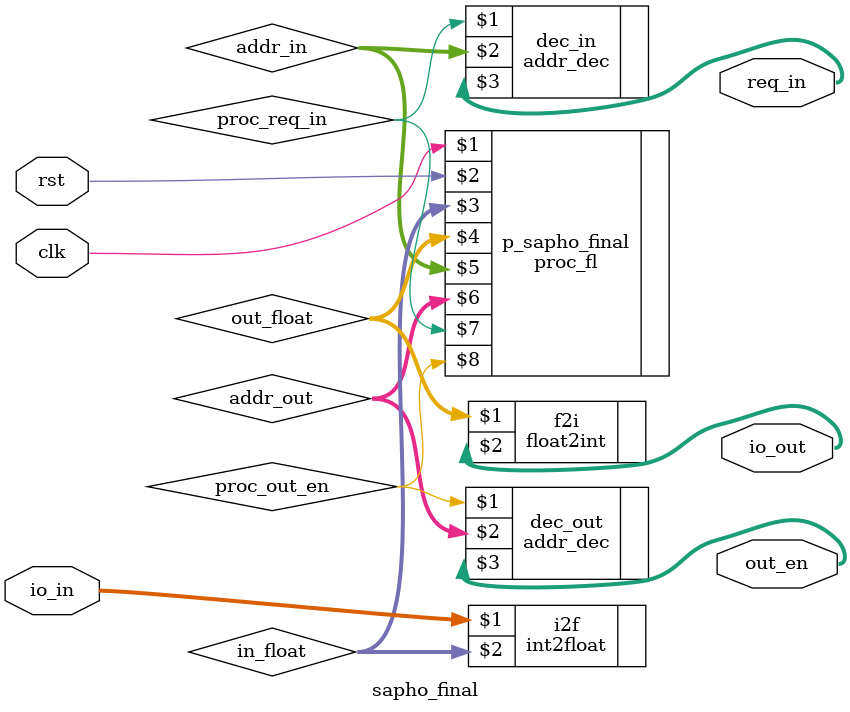
<source format=v>
module sapho_final (
input clk, rst,
input [15:0] io_in,
output [32:0] io_out,
output [3:0] req_in,
output [3:0] out_en);

wire signed [32:0] in_float;
wire signed [32:0] out_float;

int2float #(.MAN(16),.EXP(16)) i2f (io_in, in_float);

wire proc_req_in, proc_out_en;
wire [1:0] addr_in;
wire [1:0] addr_out;

proc_fl #(.NBMANT(16),
.NBEXPO(16),
.MDATAS(185),
.MINSTS(4582),
.SDEPTH(16),
.NUIOIN(4),
.NUIOOU(4),
.DFILE("C:/Users/melis/OneDrive/- TCC/Processadores/sapho_final/sapho_final/Hardware/sapho_final_H/sapho_final_data.mif"),
.IFILE("C:/Users/melis/OneDrive/- TCC/Processadores/sapho_final/sapho_final/Hardware/sapho_final_H/sapho_final_inst.mif")
) p_sapho_final (clk, rst, in_float, out_float, addr_in, addr_out, proc_req_in, proc_out_en);

float2int #(.EXP(16),.MAN(16)) f2i (out_float, io_out);

addr_dec #(4) dec_in (proc_req_in, addr_in , req_in);
addr_dec #(4) dec_out(proc_out_en, addr_out, out_en);

endmodule

</source>
